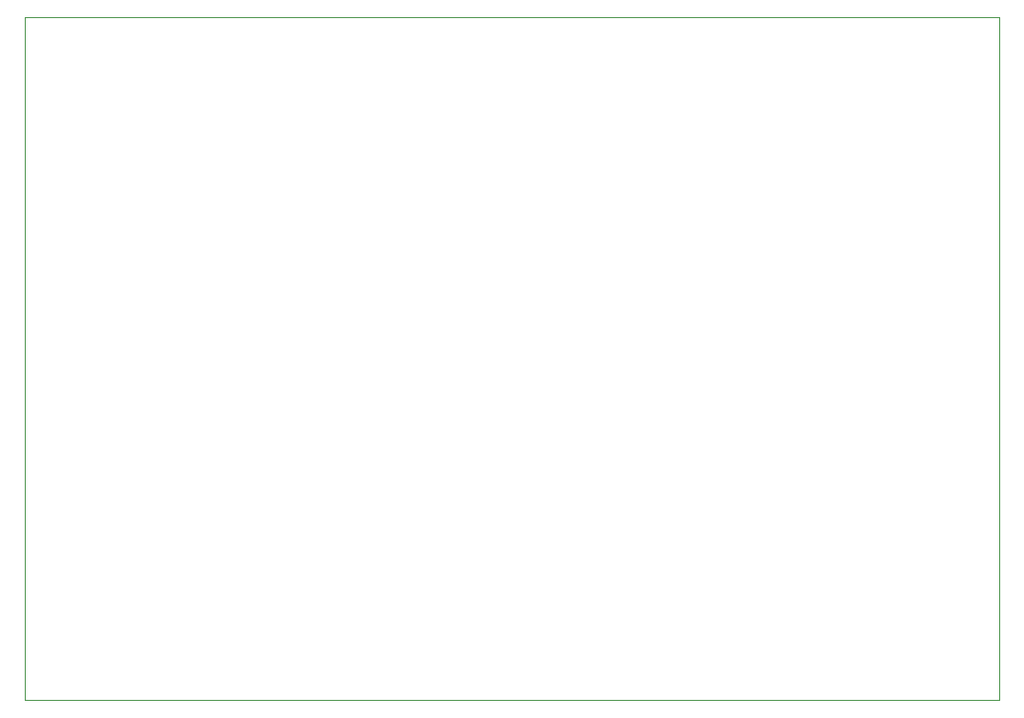
<source format=gbr>
%FSLAX34Y34*%
G04 Gerber Fmt 3.4, Leading zero omitted, Abs format*
G04 (created by PCBNEW (2014-jan-25)-product) date Wed 30 Apr 2014 08:12:59 PM MDT*
%MOIN*%
G01*
G70*
G90*
G04 APERTURE LIST*
%ADD10C,0.003937*%
G04 APERTURE END LIST*
G54D10*
X36948Y-33169D02*
X36948Y-34055D01*
X71003Y-33169D02*
X36948Y-33169D01*
X71003Y-43602D02*
X71003Y-33169D01*
X71003Y-57086D02*
X71003Y-43602D01*
X36948Y-36318D02*
X36948Y-34055D01*
X36948Y-57086D02*
X36948Y-36318D01*
X71003Y-57086D02*
X36948Y-57086D01*
M02*

</source>
